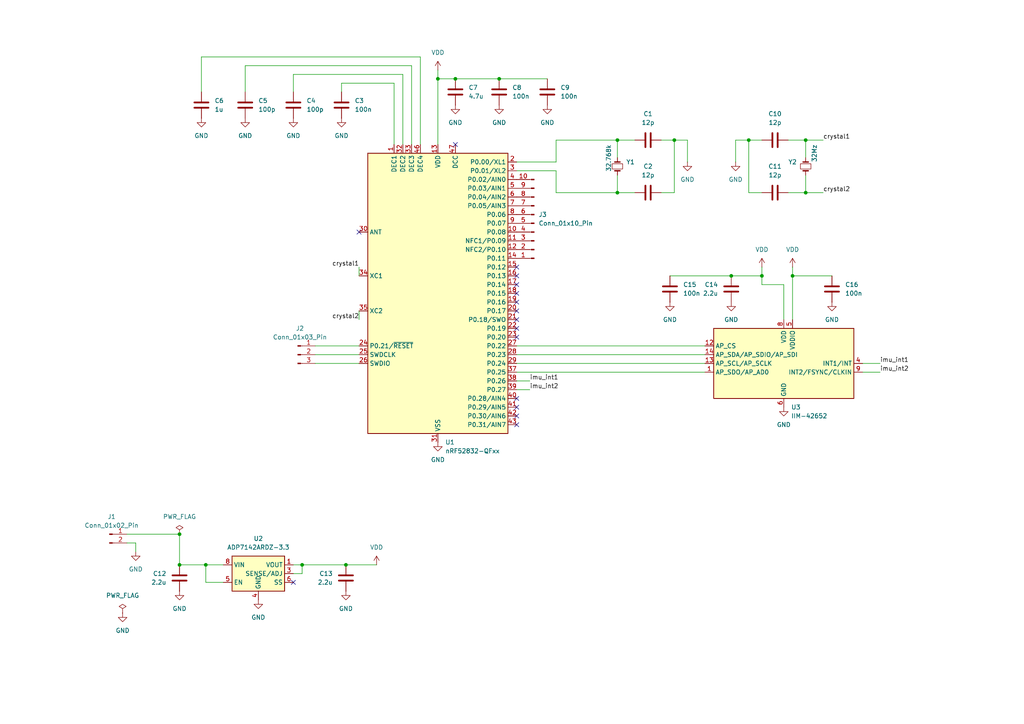
<source format=kicad_sch>
(kicad_sch (version 20250114) (generator "eeschema") (generator_version "9.0")
  (paper "A4")
  (lib_symbols
    (symbol "Connector:Conn_01x02_Pin" (pin_names (offset 1.016) (hide yes))
      (property "Reference" "J" (at 0 2.54 0))
      (property "Value" "Conn_01x02_Pin" (at 0 -5.08 0))
      (symbol "Conn_01x02_Pin_1_1"
        (rectangle (start 0.8636 0.127) (end 0 -0.127) (stroke (width 0.1524)) (fill (type outline)))
        (rectangle (start 0.8636 -2.413) (end 0 -2.667) (stroke (width 0.1524)) (fill (type outline)))
        (polyline (pts (xy 1.27 0) (xy 0.8636 0)) (stroke (width 0.1524)))
        (polyline (pts (xy 1.27 -2.54) (xy 0.8636 -2.54)) (stroke (width 0.1524)))
        (pin passive line (at 5.08 0 180) (length 3.81) (name "Pin_1") (number "1"))
        (pin passive line (at 5.08 -2.54 180) (length 3.81) (name "Pin_2") (number "2"))
      )
    )
    (symbol "Connector:Conn_01x03_Pin" (pin_names (offset 1.016) (hide yes))
      (property "Reference" "J" (at 0 5.08 0))
      (property "Value" "Conn_01x03_Pin" (at 0 -5.08 0))
      (symbol "Conn_01x03_Pin_1_1"
        (rectangle (start 0.8636 2.667) (end 0 2.413) (stroke (width 0.1524)) (fill (type outline)))
        (rectangle (start 0.8636 0.127) (end 0 -0.127) (stroke (width 0.1524)) (fill (type outline)))
        (rectangle (start 0.8636 -2.413) (end 0 -2.667) (stroke (width 0.1524)) (fill (type outline)))
        (polyline (pts (xy 1.27 2.54) (xy 0.8636 2.54)) (stroke (width 0.1524)))
        (polyline (pts (xy 1.27 0) (xy 0.8636 0)) (stroke (width 0.1524)))
        (polyline (pts (xy 1.27 -2.54) (xy 0.8636 -2.54)) (stroke (width 0.1524)))
        (pin passive line (at 5.08 2.54 180) (length 3.81) (name "Pin_1") (number "1"))
        (pin passive line (at 5.08 0 180) (length 3.81) (name "Pin_2") (number "2"))
        (pin passive line (at 5.08 -2.54 180) (length 3.81) (name "Pin_3") (number "3"))
      )
    )
    (symbol "Connector:Conn_01x10_Pin" (pin_names (offset 1.016) (hide yes))
      (property "Reference" "J" (at 0 12.7 0))
      (property "Value" "Conn_01x10_Pin" (at 0 -15.24 0))
      (symbol "Conn_01x10_Pin_1_1"
        (rectangle (start 0.8636 10.287) (end 0 10.033) (stroke (width 0.1524)) (fill (type outline)))
        (rectangle (start 0.8636 7.747) (end 0 7.493) (stroke (width 0.1524)) (fill (type outline)))
        (rectangle (start 0.8636 5.207) (end 0 4.953) (stroke (width 0.1524)) (fill (type outline)))
        (rectangle (start 0.8636 2.667) (end 0 2.413) (stroke (width 0.1524)) (fill (type outline)))
        (rectangle (start 0.8636 0.127) (end 0 -0.127) (stroke (width 0.1524)) (fill (type outline)))
        (rectangle (start 0.8636 -2.413) (end 0 -2.667) (stroke (width 0.1524)) (fill (type outline)))
        (rectangle (start 0.8636 -4.953) (end 0 -5.207) (stroke (width 0.1524)) (fill (type outline)))
        (rectangle (start 0.8636 -7.493) (end 0 -7.747) (stroke (width 0.1524)) (fill (type outline)))
        (rectangle (start 0.8636 -10.033) (end 0 -10.287) (stroke (width 0.1524)) (fill (type outline)))
        (rectangle (start 0.8636 -12.573) (end 0 -12.827) (stroke (width 0.1524)) (fill (type outline)))
        (polyline (pts (xy 1.27 10.16) (xy 0.8636 10.16)) (stroke (width 0.1524)))
        (polyline (pts (xy 1.27 7.62) (xy 0.8636 7.62)) (stroke (width 0.1524)))
        (polyline (pts (xy 1.27 5.08) (xy 0.8636 5.08)) (stroke (width 0.1524)))
        (polyline (pts (xy 1.27 2.54) (xy 0.8636 2.54)) (stroke (width 0.1524)))
        (polyline (pts (xy 1.27 0) (xy 0.8636 0)) (stroke (width 0.1524)))
        (polyline (pts (xy 1.27 -2.54) (xy 0.8636 -2.54)) (stroke (width 0.1524)))
        (polyline (pts (xy 1.27 -5.08) (xy 0.8636 -5.08)) (stroke (width 0.1524)))
        (polyline (pts (xy 1.27 -7.62) (xy 0.8636 -7.62)) (stroke (width 0.1524)))
        (polyline (pts (xy 1.27 -10.16) (xy 0.8636 -10.16)) (stroke (width 0.1524)))
        (polyline (pts (xy 1.27 -12.7) (xy 0.8636 -12.7)) (stroke (width 0.1524)))
        (pin passive line (at 5.08 10.16 180) (length 3.81) (name "Pin_1") (number "1"))
        (pin passive line (at 5.08 7.62 180) (length 3.81) (name "Pin_2") (number "2"))
        (pin passive line (at 5.08 5.08 180) (length 3.81) (name "Pin_3") (number "3"))
        (pin passive line (at 5.08 2.54 180) (length 3.81) (name "Pin_4") (number "4"))
        (pin passive line (at 5.08 0 180) (length 3.81) (name "Pin_5") (number "5"))
        (pin passive line (at 5.08 -2.54 180) (length 3.81) (name "Pin_6") (number "6"))
        (pin passive line (at 5.08 -5.08 180) (length 3.81) (name "Pin_7") (number "7"))
        (pin passive line (at 5.08 -7.62 180) (length 3.81) (name "Pin_8") (number "8"))
        (pin passive line (at 5.08 -10.16 180) (length 3.81) (name "Pin_9") (number "9"))
        (pin passive line (at 5.08 -12.7 180) (length 3.81) (name "Pin_10") (number "10"))
      )
    )
    (symbol "Device:C" (pin_numbers (hide yes)) (pin_names (offset 0.254))
      (property "Reference" "C" (at 0.635 2.54 0))
      (property "Value" "C" (at 0.635 -2.54 0))
      (symbol "C_0_1"
        (polyline (pts (xy -2.032 0.762) (xy 2.032 0.762)) (stroke (width 0.508)))
        (polyline (pts (xy -2.032 -0.762) (xy 2.032 -0.762)) (stroke (width 0.508)))
      )
      (symbol "C_1_1"
        (pin passive line (at 0 3.81 270) (length 2.794) (name "~") (number "1"))
        (pin passive line (at 0 -3.81 90) (length 2.794) (name "~") (number "2"))
      )
    )
    (symbol "Device:Crystal_Small" (pin_numbers (hide yes)) (pin_names (offset 1.016) (hide yes))
      (property "Reference" "Y" (at 0 2.54 0))
      (property "Value" "Crystal_Small" (at 0 -2.54 0))
      (symbol "Crystal_Small_0_1"
        (polyline (pts (xy -1.27 -0.762) (xy -1.27 0.762)) (stroke (width 0.381)))
        (rectangle (start -0.762 -1.524) (end 0.762 1.524))
        (polyline (pts (xy 1.27 -0.762) (xy 1.27 0.762)) (stroke (width 0.381)))
      )
      (symbol "Crystal_Small_1_1"
        (pin passive line (at -2.54 0 0) (length 1.27) (name "1") (number "1"))
        (pin passive line (at 2.54 0 180) (length 1.27) (name "2") (number "2"))
      )
    )
    (symbol "MCU_Nordic:nRF52832-QFxx"
      (property "Reference" "U" (at 0 1.27 0))
      (property "Value" "nRF52832-QFxx" (at 0 -1.27 0))
      (symbol "nRF52832-QFxx_0_1"
        (rectangle (start -20.32 40.64) (end 20.32 -40.64) (stroke (width 0.254)) (fill (type background)))
      )
      (symbol "nRF52832-QFxx_1_1"
        (pin passive line (at -22.86 17.78 0) (length 2.54) (name "ANT") (number "30"))
        (pin input line (at -22.86 5.08 0) (length 2.54) (name "XC1") (number "34"))
        (pin input line (at -22.86 -5.08 0) (length 2.54) (name "XC2") (number "35"))
        (pin bidirectional line (at -22.86 -15.24 0) (length 2.54) (name "P0.21/~{RESET}") (number "24"))
        (pin input line (at -22.86 -17.78 0) (length 2.54) (name "SWDCLK") (number "25"))
        (pin bidirectional line (at -22.86 -20.32 0) (length 2.54) (name "SWDIO") (number "26"))
        (pin no_connect line (at -20.32 -30.48 0) (length 2.54) (hide yes) (name "NC") (number "44"))
        (pin passive line (at -12.7 43.18 270) (length 2.54) (name "DEC1") (number "1"))
        (pin passive line (at -10.16 43.18 270) (length 2.54) (name "DEC2") (number "32"))
        (pin passive line (at -7.62 43.18 270) (length 2.54) (name "DEC3") (number "33"))
        (pin passive line (at -5.08 43.18 270) (length 2.54) (name "DEC4") (number "46"))
        (pin power_in line (at 0 43.18 270) (length 2.54) (name "VDD") (number "13"))
        (pin passive line (at 0 43.18 270) (length 2.54) (hide yes) (name "VDD") (number "36"))
        (pin passive line (at 0 43.18 270) (length 2.54) (hide yes) (name "VDD") (number "48"))
        (pin power_in line (at 0 -43.18 90) (length 2.54) (name "VSS") (number "31"))
        (pin passive line (at 0 -43.18 90) (length 2.54) (hide yes) (name "VSS") (number "45"))
        (pin passive line (at 0 -43.18 90) (length 2.54) (hide yes) (name "VSS") (number "49"))
        (pin power_out line (at 5.08 43.18 270) (length 2.54) (name "DCC") (number "47"))
        (pin bidirectional line (at 22.86 38.1 180) (length 2.54) (name "P0.00/XL1") (number "2"))
        (pin bidirectional line (at 22.86 35.56 180) (length 2.54) (name "P0.01/XL2") (number "3"))
        (pin bidirectional line (at 22.86 33.02 180) (length 2.54) (name "P0.02/AIN0") (number "4"))
        (pin bidirectional line (at 22.86 30.48 180) (length 2.54) (name "P0.03/AIN1") (number "5"))
        (pin bidirectional line (at 22.86 27.94 180) (length 2.54) (name "P0.04/AIN2") (number "6"))
        (pin bidirectional line (at 22.86 25.4 180) (length 2.54) (name "P0.05/AIN3") (number "7"))
        (pin bidirectional line (at 22.86 22.86 180) (length 2.54) (name "P0.06") (number "8"))
        (pin bidirectional line (at 22.86 20.32 180) (length 2.54) (name "P0.07") (number "9"))
        (pin bidirectional line (at 22.86 17.78 180) (length 2.54) (name "P0.08") (number "10"))
        (pin bidirectional line (at 22.86 15.24 180) (length 2.54) (name "NFC1/P0.09") (number "11"))
        (pin bidirectional line (at 22.86 12.7 180) (length 2.54) (name "NFC2/P0.10") (number "12"))
        (pin bidirectional line (at 22.86 10.16 180) (length 2.54) (name "P0.11") (number "14"))
        (pin bidirectional line (at 22.86 7.62 180) (length 2.54) (name "P0.12") (number "15"))
        (pin bidirectional line (at 22.86 5.08 180) (length 2.54) (name "P0.13") (number "16"))
        (pin bidirectional line (at 22.86 2.54 180) (length 2.54) (name "P0.14") (number "17"))
        (pin bidirectional line (at 22.86 0 180) (length 2.54) (name "P0.15") (number "18"))
        (pin bidirectional line (at 22.86 -2.54 180) (length 2.54) (name "P0.16") (number "19"))
        (pin bidirectional line (at 22.86 -5.08 180) (length 2.54) (name "P0.17") (number "20"))
        (pin bidirectional line (at 22.86 -7.62 180) (length 2.54) (name "P0.18/SWO") (number "21"))
        (pin bidirectional line (at 22.86 -10.16 180) (length 2.54) (name "P0.19") (number "22"))
        (pin bidirectional line (at 22.86 -12.7 180) (length 2.54) (name "P0.20") (number "23"))
        (pin bidirectional line (at 22.86 -15.24 180) (length 2.54) (name "P0.22") (number "27"))
        (pin bidirectional line (at 22.86 -17.78 180) (length 2.54) (name "P0.23") (number "28"))
        (pin bidirectional line (at 22.86 -20.32 180) (length 2.54) (name "P0.24") (number "29"))
        (pin bidirectional line (at 22.86 -22.86 180) (length 2.54) (name "P0.25") (number "37"))
        (pin bidirectional line (at 22.86 -25.4 180) (length 2.54) (name "P0.26") (number "38"))
        (pin bidirectional line (at 22.86 -27.94 180) (length 2.54) (name "P0.27") (number "39"))
        (pin bidirectional line (at 22.86 -30.48 180) (length 2.54) (name "P0.28/AIN4") (number "40"))
        (pin bidirectional line (at 22.86 -33.02 180) (length 2.54) (name "P0.29/AIN5") (number "41"))
        (pin bidirectional line (at 22.86 -35.56 180) (length 2.54) (name "P0.30/AIN6") (number "42"))
        (pin bidirectional line (at 22.86 -38.1 180) (length 2.54) (name "P0.31/AIN7") (number "43"))
      )
    )
    (symbol "Regulator_Linear:ADP7142ARDZ-3.3"
      (property "Reference" "U" (at 0 8.89 0))
      (property "Value" "ADP7142ARDZ-3.3" (at 0 6.35 0))
      (symbol "ADP7142ARDZ-3.3_0_1"
        (rectangle (start -7.62 5.08) (end 7.62 -5.08) (stroke (width 0.254)) (fill (type background)))
      )
      (symbol "ADP7142ARDZ-3.3_1_1"
        (pin passive line (at -10.16 2.54 0) (length 2.54) (hide yes) (name "VIN") (number "7"))
        (pin power_in line (at -10.16 2.54 0) (length 2.54) (name "VIN") (number "8"))
        (pin input line (at -10.16 -2.54 0) (length 2.54) (name "EN") (number "5"))
        (pin power_in line (at 0 -7.62 90) (length 2.54) (name "GND") (number "4"))
        (pin passive line (at 0 -7.62 90) (length 2.54) (hide yes) (name "GND") (number "9"))
        (pin power_out line (at 10.16 2.54 180) (length 2.54) (name "VOUT") (number "1"))
        (pin passive line (at 10.16 2.54 180) (length 2.54) (hide yes) (name "VOUT") (number "2"))
        (pin input line (at 10.16 0 180) (length 2.54) (name "SENSE/ADJ") (number "3"))
        (pin passive line (at 10.16 -2.54 180) (length 2.54) (name "SS") (number "6"))
      )
    )
    (symbol "Sensor_Motion:IIM-42652"
      (property "Reference" "U" (at -19.05 11.43 0))
      (property "Value" "IIM-42652" (at 15.24 11.43 0))
      (symbol "IIM-42652_0_1"
        (rectangle (start -20.32 10.16) (end 20.32 -10.16) (stroke (width 0.254)) (fill (type background)))
      )
      (symbol "IIM-42652_1_1"
        (pin input line (at -22.86 5.08 0) (length 2.54) (name "AP_CS") (number "12"))
        (pin bidirectional line (at -22.86 2.54 0) (length 2.54) (name "AP_SDA/AP_SDIO/AP_SDI") (number "14"))
        (pin input line (at -22.86 0 0) (length 2.54) (name "AP_SCL/AP_SCLK") (number "13"))
        (pin input line (at -22.86 -2.54 0) (length 2.54) (name "AP_SDO/AP_AD0") (number "1"))
        (pin power_in line (at 0 12.7 270) (length 2.54) (name "VDD") (number "8"))
        (pin power_in line (at 0 -12.7 90) (length 2.54) (name "GND") (number "6"))
        (pin passive line (at 0 -12.7 90) (length 2.54) (hide yes) (name "GND") (number "7"))
        (pin power_in line (at 2.54 12.7 270) (length 2.54) (name "VDDIO") (number "5"))
        (pin no_connect line (at 20.32 7.62 180) (length 2.54) (hide yes) (name "RESV") (number "2"))
        (pin no_connect line (at 20.32 5.08 180) (length 2.54) (hide yes) (name "RESV") (number "3"))
        (pin no_connect line (at 20.32 2.54 180) (length 2.54) (hide yes) (name "RESV") (number "10"))
        (pin no_connect line (at 20.32 -7.62 180) (length 2.54) (hide yes) (name "RESV") (number "11"))
        (pin output line (at 22.86 0 180) (length 2.54) (name "INT1/INT") (number "4"))
        (pin bidirectional line (at 22.86 -2.54 180) (length 2.54) (name "INT2/FSYNC/CLKIN") (number "9"))
      )
    )
    (symbol "power:GND" (power) (pin_numbers (hide yes)) (pin_names (offset 0) (hide yes))
      (property "Value" "GND" (at 0 -3.81 0))
      (symbol "GND_0_1"
        (polyline (pts (xy 0 0) (xy 0 -1.27) (xy 1.27 -1.27) (xy 0 -2.54) (xy -1.27 -1.27) (xy 0 -1.27)))
      )
      (symbol "GND_1_1"
        (pin power_in line (at 0 0 270) (length 0) (name "~") (number "1"))
      )
    )
    (symbol "power:PWR_FLAG" (power) (pin_numbers (hide yes)) (pin_names (offset 0) (hide yes))
      (property "Value" "PWR_FLAG" (at 0 3.81 0))
      (symbol "PWR_FLAG_0_0"
        (pin power_out line (at 0 0 90) (length 0) (name "~") (number "1"))
      )
      (symbol "PWR_FLAG_0_1"
        (polyline (pts (xy 0 0) (xy 0 1.27) (xy -1.016 1.905) (xy 0 2.54) (xy 1.016 1.905) (xy 0 1.27)))
      )
    )
    (symbol "power:VDD" (power) (pin_numbers (hide yes)) (pin_names (offset 0) (hide yes))
      (property "Value" "VDD" (at 0 3.556 0))
      (symbol "VDD_0_1"
        (polyline (pts (xy -0.762 1.27) (xy 0 2.54)))
        (polyline (pts (xy 0 2.54) (xy 0.762 1.27)))
        (polyline (pts (xy 0 0) (xy 0 2.54)))
      )
      (symbol "VDD_1_1"
        (pin power_in line (at 0 0 90) (length 0) (name "~") (number "1"))
      )
    )
  )
  (junction (at 179.07 55.88))
  (junction (at 179.07 40.64))
  (junction (at 127 22.86))
  (junction (at 59.69 163.83))
  (junction (at 100.33 163.83))
  (junction (at 220.98 80.01))
  (junction (at 233.68 55.88))
  (junction (at 52.07 163.83))
  (junction (at 132.08 22.86))
  (junction (at 52.07 154.94))
  (junction (at 144.78 22.86))
  (junction (at 87.63 163.83))
  (junction (at 233.68 40.64))
  (junction (at 195.58 40.64))
  (junction (at 229.87 80.01))
  (junction (at 212.09 80.01))
  (junction (at 217.17 40.64))
  (no_connect (at 149.86 115.57))
  (no_connect (at 149.86 80.01))
  (no_connect (at 149.86 120.65))
  (no_connect (at 149.86 85.09))
  (no_connect (at 85.09 168.91))
  (no_connect (at 149.86 97.79))
  (no_connect (at 149.86 77.47))
  (no_connect (at 149.86 90.17))
  (no_connect (at 104.14 67.31))
  (no_connect (at 149.86 95.25))
  (no_connect (at 149.86 123.19))
  (no_connect (at 149.86 82.55))
  (no_connect (at 132.08 41.91))
  (no_connect (at 149.86 92.71))
  (no_connect (at 149.86 87.63))
  (no_connect (at 149.86 118.11))
  (wire (pts (xy 99.06 26.67) (xy 99.06 24.13)))
  (wire (pts (xy 127 20.32) (xy 127 22.86)))
  (wire (pts (xy 104.14 77.47) (xy 104.14 80.01)))
  (wire (pts (xy 233.68 55.88) (xy 238.76 55.88)))
  (wire (pts (xy 144.78 22.86) (xy 158.75 22.86)))
  (wire (pts (xy 220.98 40.64) (xy 217.17 40.64)))
  (wire (pts (xy 233.68 55.88) (xy 228.6 55.88)))
  (wire (pts (xy 39.37 157.48) (xy 39.37 160.02)))
  (wire (pts (xy 91.44 105.41) (xy 104.14 105.41)))
  (wire (pts (xy 59.69 168.91) (xy 59.69 163.83)))
  (wire (pts (xy 228.6 40.64) (xy 233.68 40.64)))
  (wire (pts (xy 220.98 77.47) (xy 220.98 80.01)))
  (wire (pts (xy 127 22.86) (xy 132.08 22.86)))
  (wire (pts (xy 217.17 40.64) (xy 213.36 40.64)))
  (wire (pts (xy 85.09 166.37) (xy 87.63 166.37)))
  (wire (pts (xy 91.44 100.33) (xy 104.14 100.33)))
  (wire (pts (xy 161.29 49.53) (xy 161.29 55.88)))
  (wire (pts (xy 85.09 163.83) (xy 87.63 163.83)))
  (wire (pts (xy 199.39 40.64) (xy 199.39 46.99)))
  (wire (pts (xy 149.86 100.33) (xy 204.47 100.33)))
  (wire (pts (xy 195.58 40.64) (xy 195.58 55.88)))
  (wire (pts (xy 194.31 80.01) (xy 212.09 80.01)))
  (wire (pts (xy 161.29 46.99) (xy 161.29 40.64)))
  (wire (pts (xy 212.09 80.01) (xy 220.98 80.01)))
  (wire (pts (xy 149.86 105.41) (xy 204.47 105.41)))
  (wire (pts (xy 59.69 163.83) (xy 64.77 163.83)))
  (wire (pts (xy 87.63 163.83) (xy 100.33 163.83)))
  (wire (pts (xy 191.77 40.64) (xy 195.58 40.64)))
  (wire (pts (xy 52.07 154.94) (xy 52.07 163.83)))
  (wire (pts (xy 104.14 90.17) (xy 104.14 92.71)))
  (wire (pts (xy 229.87 77.47) (xy 229.87 80.01)))
  (wire (pts (xy 52.07 163.83) (xy 59.69 163.83)))
  (wire (pts (xy 229.87 80.01) (xy 241.3 80.01)))
  (wire (pts (xy 36.83 157.48) (xy 39.37 157.48)))
  (wire (pts (xy 179.07 55.88) (xy 184.15 55.88)))
  (wire (pts (xy 85.09 21.59) (xy 85.09 26.67)))
  (wire (pts (xy 36.83 154.94) (xy 52.07 154.94)))
  (wire (pts (xy 132.08 22.86) (xy 144.78 22.86)))
  (wire (pts (xy 87.63 163.83) (xy 87.63 166.37)))
  (wire (pts (xy 149.86 110.49) (xy 153.67 110.49)))
  (wire (pts (xy 233.68 50.8) (xy 233.68 55.88)))
  (wire (pts (xy 85.09 21.59) (xy 116.84 21.59)))
  (wire (pts (xy 149.86 113.03) (xy 153.67 113.03)))
  (wire (pts (xy 227.33 82.55) (xy 227.33 92.71)))
  (wire (pts (xy 121.92 16.51) (xy 121.92 41.91)))
  (wire (pts (xy 149.86 102.87) (xy 204.47 102.87)))
  (wire (pts (xy 149.86 107.95) (xy 204.47 107.95)))
  (wire (pts (xy 116.84 21.59) (xy 116.84 41.91)))
  (wire (pts (xy 229.87 80.01) (xy 229.87 92.71)))
  (wire (pts (xy 195.58 40.64) (xy 199.39 40.64)))
  (wire (pts (xy 250.19 107.95) (xy 255.27 107.95)))
  (wire (pts (xy 233.68 40.64) (xy 233.68 45.72)))
  (wire (pts (xy 58.42 16.51) (xy 121.92 16.51)))
  (wire (pts (xy 58.42 26.67) (xy 58.42 16.51)))
  (wire (pts (xy 233.68 40.64) (xy 238.76 40.64)))
  (wire (pts (xy 149.86 46.99) (xy 161.29 46.99)))
  (wire (pts (xy 71.12 19.05) (xy 71.12 26.67)))
  (wire (pts (xy 149.86 49.53) (xy 161.29 49.53)))
  (wire (pts (xy 220.98 55.88) (xy 217.17 55.88)))
  (wire (pts (xy 119.38 19.05) (xy 119.38 41.91)))
  (wire (pts (xy 220.98 80.01) (xy 220.98 82.55)))
  (wire (pts (xy 114.3 24.13) (xy 114.3 41.91)))
  (wire (pts (xy 161.29 55.88) (xy 179.07 55.88)))
  (wire (pts (xy 71.12 19.05) (xy 119.38 19.05)))
  (wire (pts (xy 220.98 82.55) (xy 227.33 82.55)))
  (wire (pts (xy 91.44 102.87) (xy 104.14 102.87)))
  (wire (pts (xy 99.06 24.13) (xy 114.3 24.13)))
  (wire (pts (xy 64.77 168.91) (xy 59.69 168.91)))
  (wire (pts (xy 179.07 50.8) (xy 179.07 55.88)))
  (wire (pts (xy 184.15 40.64) (xy 179.07 40.64)))
  (wire (pts (xy 217.17 40.64) (xy 217.17 55.88)))
  (wire (pts (xy 161.29 40.64) (xy 179.07 40.64)))
  (wire (pts (xy 191.77 55.88) (xy 195.58 55.88)))
  (wire (pts (xy 179.07 40.64) (xy 179.07 45.72)))
  (wire (pts (xy 127 41.91) (xy 127 22.86)))
  (wire (pts (xy 100.33 163.83) (xy 109.22 163.83)))
  (wire (pts (xy 250.19 105.41) (xy 255.27 105.41)))
  (wire (pts (xy 213.36 40.64) (xy 213.36 46.99)))
  (label "crystal1" (at 104.14 77.47 180))
  (label "imu_int1" (at 255.27 105.41 0))
  (label "crystal1" (at 238.76 40.64 0))
  (label "crystal2" (at 104.14 92.71 180))
  (label "imu_int1" (at 153.67 110.49 0))
  (label "crystal2" (at 238.76 55.88 0))
  (label "imu_int2" (at 255.27 107.95 0))
  (label "imu_int2" (at 153.67 113.03 0))
  (symbol (lib_id "power:GND") (at 52.07 171.45 0) (unit 1)
    (property "Reference" "#PWR012" (effects (hide yes)))
    (property "Value" "GND" (at 52.07 176.53 0))
    (property "Description" "Power symbol creates a global label with name \"GND\" , ground" (effects (hide yes)))
  )
  (symbol (lib_id "Device:C") (at 224.79 55.88 90) (mirror x) (unit 1)
    (property "Reference" "C11" (at 224.79 48.26 90))
    (property "Value" "12p" (at 224.79 50.8 90))
    (property "Footprint" "Capacitor_SMD:C_0805_2012Metric" (effects (hide yes)))
    (property "Description" "Unpolarized capacitor" (effects (hide yes)))
  )
  (symbol (lib_id "Device:C") (at 212.09 83.82 0) (mirror x) (unit 1)
    (property "Reference" "C14" (at 208.28 82.5499 0) (effects (justify right)))
    (property "Value" "2.2u" (at 208.28 85.0899 0) (effects (justify right)))
    (property "Footprint" "Capacitor_SMD:C_0805_2012Metric" (effects (hide yes)))
    (property "Description" "Unpolarized capacitor" (effects (hide yes)))
  )
  (symbol (lib_id "power:GND") (at 132.08 30.48 0) (unit 1)
    (property "Reference" "#PWR06" (effects (hide yes)))
    (property "Value" "GND" (at 132.08 35.56 0))
    (property "Description" "Power symbol creates a global label with name \"GND\" , ground" (effects (hide yes)))
  )
  (symbol (lib_id "Device:C") (at 241.3 83.82 0) (unit 1)
    (property "Reference" "C16" (at 245.11 82.5499 0) (effects (justify left)))
    (property "Value" "100n" (at 245.11 85.0899 0) (effects (justify left)))
    (property "Footprint" "Capacitor_SMD:C_0805_2012Metric" (effects (hide yes)))
    (property "Description" "Unpolarized capacitor" (effects (hide yes)))
  )
  (symbol (lib_id "Connector:Conn_01x02_Pin") (at 31.75 154.94 0) (unit 1)
    (property "Reference" "J1" (at 32.385 149.86 0))
    (property "Value" "Conn_01x02_Pin" (at 32.385 152.4 0))
    (property "Footprint" "Connector_PinHeader_2.54mm:PinHeader_1x02_P2.54mm_Horizontal" (effects (hide yes)))
    (property "Description" "Generic connector, single row, 01x02, script generated" (effects (hide yes)))
  )
  (symbol (lib_id "power:GND") (at 241.3 87.63 0) (unit 1)
    (property "Reference" "#PWR022" (effects (hide yes)))
    (property "Value" "GND" (at 241.3 92.71 0))
    (property "Description" "Power symbol creates a global label with name \"GND\" , ground" (effects (hide yes)))
  )
  (symbol (lib_id "power:VDD") (at 220.98 77.47 0) (unit 1)
    (property "Reference" "#PWR018" (effects (hide yes)))
    (property "Value" "VDD" (at 220.98 72.39 0))
    (property "Description" "Power symbol creates a global label with name \"VDD\"" (effects (hide yes)))
  )
  (symbol (lib_id "power:GND") (at 127 128.27 0) (unit 1)
    (property "Reference" "#PWR010" (effects (hide yes)))
    (property "Value" "GND" (at 127 133.35 0))
    (property "Description" "Power symbol creates a global label with name \"GND\" , ground" (effects (hide yes)))
  )
  (symbol (lib_id "power:VDD") (at 127 20.32 0) (unit 1)
    (property "Reference" "#PWR07" (effects (hide yes)))
    (property "Value" "VDD" (at 127 15.24 0))
    (property "Description" "Power symbol creates a global label with name \"VDD\"" (effects (hide yes)))
  )
  (symbol (lib_id "power:GND") (at 212.09 87.63 0) (unit 1)
    (property "Reference" "#PWR020" (effects (hide yes)))
    (property "Value" "GND" (at 212.09 92.71 0))
    (property "Description" "Power symbol creates a global label with name \"GND\" , ground" (effects (hide yes)))
  )
  (symbol (lib_id "Device:C") (at 194.31 83.82 0) (unit 1)
    (property "Reference" "C15" (at 198.12 82.5499 0) (effects (justify left)))
    (property "Value" "100n" (at 198.12 85.0899 0) (effects (justify left)))
    (property "Footprint" "Capacitor_SMD:C_0805_2012Metric" (effects (hide yes)))
    (property "Description" "Unpolarized capacitor" (effects (hide yes)))
  )
  (symbol (lib_id "Device:C") (at 132.08 26.67 0) (unit 1)
    (property "Reference" "C7" (at 135.89 25.3999 0) (effects (justify left)))
    (property "Value" "4.7u" (at 135.89 27.9399 0) (effects (justify left)))
    (property "Footprint" "Capacitor_SMD:C_0805_2012Metric" (effects (hide yes)))
    (property "Description" "Unpolarized capacitor" (effects (hide yes)))
  )
  (symbol (lib_id "power:GND") (at 227.33 118.11 0) (unit 1)
    (property "Reference" "#PWR017" (effects (hide yes)))
    (property "Value" "GND" (at 227.33 123.19 0))
    (property "Description" "Power symbol creates a global label with name \"GND\" , ground" (effects (hide yes)))
  )
  (symbol (lib_id "power:GND") (at 99.06 34.29 0) (unit 1)
    (property "Reference" "#PWR02" (effects (hide yes)))
    (property "Value" "GND" (at 99.06 39.37 0))
    (property "Description" "Power symbol creates a global label with name \"GND\" , ground" (effects (hide yes)))
  )
  (symbol (lib_id "Device:C") (at 187.96 55.88 270) (unit 1)
    (property "Reference" "C2" (at 187.96 48.26 90))
    (property "Value" "12p" (at 187.96 50.8 90))
    (property "Footprint" "Capacitor_SMD:C_0805_2012Metric" (effects (hide yes)))
    (property "Description" "Unpolarized capacitor" (effects (hide yes)))
  )
  (symbol (lib_id "power:GND") (at 58.42 34.29 0) (unit 1)
    (property "Reference" "#PWR05" (effects (hide yes)))
    (property "Value" "GND" (at 58.42 39.37 0))
    (property "Description" "Power symbol creates a global label with name \"GND\" , ground" (effects (hide yes)))
  )
  (symbol (lib_id "power:GND") (at 39.37 160.02 0) (unit 1)
    (property "Reference" "#PWR016" (effects (hide yes)))
    (property "Value" "GND" (at 39.37 165.1 0))
    (property "Description" "Power symbol creates a global label with name \"GND\" , ground" (effects (hide yes)))
  )
  (symbol (lib_id "power:GND") (at 199.39 46.99 0) (unit 1)
    (property "Reference" "#PWR01" (effects (hide yes)))
    (property "Value" "GND" (at 199.39 52.07 0))
    (property "Description" "Power symbol creates a global label with name \"GND\" , ground" (effects (hide yes)))
  )
  (symbol (lib_id "power:GND") (at 144.78 30.48 0) (unit 1)
    (property "Reference" "#PWR08" (effects (hide yes)))
    (property "Value" "GND" (at 144.78 35.56 0))
    (property "Description" "Power symbol creates a global label with name \"GND\" , ground" (effects (hide yes)))
  )
  (symbol (lib_id "Device:C") (at 100.33 167.64 0) (mirror x) (unit 1)
    (property "Reference" "C13" (at 96.52 166.3699 0) (effects (justify right)))
    (property "Value" "2.2u" (at 96.52 168.9099 0) (effects (justify right)))
    (property "Footprint" "Capacitor_SMD:C_0805_2012Metric" (effects (hide yes)))
    (property "Description" "Unpolarized capacitor" (effects (hide yes)))
  )
  (symbol (lib_id "power:GND") (at 213.36 46.99 0) (mirror y) (unit 1)
    (property "Reference" "#PWR011" (effects (hide yes)))
    (property "Value" "GND" (at 213.36 52.07 0))
    (property "Description" "Power symbol creates a global label with name \"GND\" , ground" (effects (hide yes)))
  )
  (symbol (lib_id "Device:C") (at 144.78 26.67 0) (unit 1)
    (property "Reference" "C8" (at 148.59 25.3999 0) (effects (justify left)))
    (property "Value" "100n" (at 148.59 27.9399 0) (effects (justify left)))
    (property "Footprint" "Capacitor_SMD:C_0805_2012Metric" (effects (hide yes)))
    (property "Description" "Unpolarized capacitor" (effects (hide yes)))
  )
  (symbol (lib_id "power:GND") (at 194.31 87.63 0) (unit 1)
    (property "Reference" "#PWR021" (effects (hide yes)))
    (property "Value" "GND" (at 194.31 92.71 0))
    (property "Description" "Power symbol creates a global label with name \"GND\" , ground" (effects (hide yes)))
  )
  (symbol (lib_id "power:PWR_FLAG") (at 52.07 154.94 0) (unit 1)
    (property "Reference" "#FLG01" (effects (hide yes)))
    (property "Value" "PWR_FLAG" (at 52.07 149.86 0))
    (property "Description" "Special symbol for telling ERC where power comes from" (effects (hide yes)))
  )
  (symbol (lib_id "Device:Crystal_Small") (at 179.07 48.26 90) (unit 1)
    (property "Reference" "Y1" (at 181.61 46.9899 90) (effects (justify right)))
    (property "Value" "32.768k" (at 176.53 41.91 0) (effects (justify right)))
    (property "Footprint" "Crystal:Crystal_SMD_2012-2Pin_2.0x1.2mm_HandSoldering" (effects (hide yes)))
    (property "Description" "Two pin crystal, small symbol" (effects (hide yes)))
  )
  (symbol (lib_id "power:GND") (at 74.93 173.99 0) (unit 1)
    (property "Reference" "#PWR014" (effects (hide yes)))
    (property "Value" "GND" (at 74.93 179.07 0))
    (property "Description" "Power symbol creates a global label with name \"GND\" , ground" (effects (hide yes)))
  )
  (symbol (lib_id "Device:C") (at 85.09 30.48 0) (unit 1)
    (property "Reference" "C4" (at 88.9 29.2099 0) (effects (justify left)))
    (property "Value" "100p" (at 88.9 31.7499 0) (effects (justify left)))
    (property "Footprint" "Capacitor_SMD:C_0805_2012Metric" (effects (hide yes)))
    (property "Description" "Unpolarized capacitor" (effects (hide yes)))
  )
  (symbol (lib_id "Device:C") (at 99.06 30.48 0) (unit 1)
    (property "Reference" "C3" (at 102.87 29.2099 0) (effects (justify left)))
    (property "Value" "100n" (at 102.87 31.7499 0) (effects (justify left)))
    (property "Footprint" "Capacitor_SMD:C_0805_2012Metric" (effects (hide yes)))
    (property "Description" "Unpolarized capacitor" (effects (hide yes)))
  )
  (symbol (lib_id "power:GND") (at 158.75 30.48 0) (unit 1)
    (property "Reference" "#PWR09" (effects (hide yes)))
    (property "Value" "GND" (at 158.75 35.56 0))
    (property "Description" "Power symbol creates a global label with name \"GND\" , ground" (effects (hide yes)))
  )
  (symbol (lib_id "power:GND") (at 85.09 34.29 0) (unit 1)
    (property "Reference" "#PWR03" (effects (hide yes)))
    (property "Value" "GND" (at 85.09 39.37 0))
    (property "Description" "Power symbol creates a global label with name \"GND\" , ground" (effects (hide yes)))
  )
  (symbol (lib_id "Device:C") (at 158.75 26.67 0) (unit 1)
    (property "Reference" "C9" (at 162.56 25.3999 0) (effects (justify left)))
    (property "Value" "100n" (at 162.56 27.9399 0) (effects (justify left)))
    (property "Footprint" "Capacitor_SMD:C_0805_2012Metric" (effects (hide yes)))
    (property "Description" "Unpolarized capacitor" (effects (hide yes)))
  )
  (symbol (lib_id "power:VDD") (at 229.87 77.47 0) (unit 1)
    (property "Reference" "#PWR019" (effects (hide yes)))
    (property "Value" "VDD" (at 229.87 72.39 0))
    (property "Description" "Power symbol creates a global label with name \"VDD\"" (effects (hide yes)))
  )
  (symbol (lib_id "Connector:Conn_01x03_Pin") (at 86.36 102.87 0) (unit 1)
    (property "Reference" "J2" (at 86.995 95.25 0))
    (property "Value" "Conn_01x03_Pin" (at 86.995 97.79 0))
    (property "Footprint" "Connector_PinHeader_2.54mm:PinHeader_1x03_P2.54mm_Horizontal" (effects (hide yes)))
    (property "Description" "Generic connector, single row, 01x03, script generated" (effects (hide yes)))
  )
  (symbol (lib_id "Regulator_Linear:ADP7142ARDZ-3.3") (at 74.93 166.37 0) (unit 1)
    (property "Reference" "U2" (at 74.93 156.21 0))
    (property "Value" "ADP7142ARDZ-3.3" (at 74.93 158.75 0))
    (property "Footprint" "Package_SO:SOIC-8-1EP_3.9x4.9mm_P1.27mm_EP2.29x3mm" (effects (hide yes)))
    (property "Datasheet" "https://www.analog.com/media/en/technical-documentation/data-sheets/ADP7142.pdf" (effects (hide yes)))
    (property "Description" "200mA, Low Noise, CMOS Low Dropout Regulator, Positive, 3.3V Fixed Output, SOIC-8" (effects (hide yes)))
  )
  (symbol (lib_id "Device:C") (at 224.79 40.64 270) (mirror x) (unit 1)
    (property "Reference" "C10" (at 224.79 33.02 90))
    (property "Value" "12p" (at 224.79 35.56 90))
    (property "Footprint" "Capacitor_SMD:C_0805_2012Metric" (effects (hide yes)))
    (property "Description" "Unpolarized capacitor" (effects (hide yes)))
  )
  (symbol (lib_id "Device:C") (at 58.42 30.48 0) (unit 1)
    (property "Reference" "C6" (at 62.23 29.2099 0) (effects (justify left)))
    (property "Value" "1u" (at 62.23 31.7499 0) (effects (justify left)))
    (property "Footprint" "Capacitor_SMD:C_0805_2012Metric" (effects (hide yes)))
    (property "Description" "Unpolarized capacitor" (effects (hide yes)))
  )
  (symbol (lib_id "power:GND") (at 100.33 171.45 0) (unit 1)
    (property "Reference" "#PWR013" (effects (hide yes)))
    (property "Value" "GND" (at 100.33 176.53 0))
    (property "Description" "Power symbol creates a global label with name \"GND\" , ground" (effects (hide yes)))
  )
  (symbol (lib_id "Sensor_Motion:IIM-42652") (at 227.33 105.41 0) (unit 1)
    (property "Reference" "U3" (at 229.4733 118.11 0) (effects (justify left)))
    (property "Value" "IIM-42652" (at 229.4733 120.65 0) (effects (justify left)))
    (property "Footprint" "Package_LGA:Bosch_LGA-14_3x2.5mm_P0.5mm" (effects (hide yes)))
    (property "Datasheet" "https://invensense.tdk.com/wp-content/uploads/2021/01/ds-000440_iim-42652-datasheet.pdf" (effects (hide yes)))
    (property "Description" "6-axis MEMS gyroscope/accelerometer, I2C/I3C/SPI interface, 1.71 to 3.3V, LGA-14" (effects (hide yes)))
  )
  (symbol (lib_id "Device:C") (at 71.12 30.48 0) (unit 1)
    (property "Reference" "C5" (at 74.93 29.2099 0) (effects (justify left)))
    (property "Value" "100p" (at 74.93 31.7499 0) (effects (justify left)))
    (property "Footprint" "Capacitor_SMD:C_0805_2012Metric" (effects (hide yes)))
    (property "Description" "Unpolarized capacitor" (effects (hide yes)))
  )
  (symbol (lib_id "Device:C") (at 52.07 167.64 0) (mirror x) (unit 1)
    (property "Reference" "C12" (at 48.26 166.3699 0) (effects (justify right)))
    (property "Value" "2.2u" (at 48.26 168.9099 0) (effects (justify right)))
    (property "Footprint" "Capacitor_SMD:C_0805_2012Metric" (effects (hide yes)))
    (property "Description" "Unpolarized capacitor" (effects (hide yes)))
  )
  (symbol (lib_id "Connector:Conn_01x10_Pin") (at 154.94 64.77 180) (unit 1)
    (property "Reference" "J3" (at 156.21 62.2299 0) (effects (justify right)))
    (property "Value" "Conn_01x10_Pin" (at 156.21 64.7699 0) (effects (justify right)))
    (property "Footprint" "Connector_PinHeader_2.54mm:PinHeader_1x10_P2.54mm_Vertical" (effects (hide yes)))
    (property "Description" "Generic connector, single row, 01x10, script generated" (effects (hide yes)))
  )
  (symbol (lib_id "power:VDD") (at 109.22 163.83 0) (unit 1)
    (property "Reference" "#PWR015" (effects (hide yes)))
    (property "Value" "VDD" (at 109.22 158.75 0))
    (property "Description" "Power symbol creates a global label with name \"VDD\"" (effects (hide yes)))
  )
  (symbol (lib_id "power:GND") (at 71.12 34.29 0) (unit 1)
    (property "Reference" "#PWR04" (effects (hide yes)))
    (property "Value" "GND" (at 71.12 39.37 0))
    (property "Description" "Power symbol creates a global label with name \"GND\" , ground" (effects (hide yes)))
  )
  (symbol (lib_id "Device:C") (at 187.96 40.64 90) (unit 1)
    (property "Reference" "C1" (at 187.96 33.02 90))
    (property "Value" "12p" (at 187.96 35.56 90))
    (property "Footprint" "Capacitor_SMD:C_0805_2012Metric" (effects (hide yes)))
    (property "Description" "Unpolarized capacitor" (effects (hide yes)))
  )
  (symbol (lib_id "power:GND") (at 35.56 177.8 0) (unit 1)
    (property "Reference" "#PWR023" (effects (hide yes)))
    (property "Value" "GND" (at 35.56 182.88 0))
    (property "Description" "Power symbol creates a global label with name \"GND\" , ground" (effects (hide yes)))
  )
  (symbol (lib_id "Device:Crystal_Small") (at 233.68 48.26 270) (mirror x) (unit 1)
    (property "Reference" "Y2" (at 231.14 46.9899 90) (effects (justify right)))
    (property "Value" "32Mz" (at 236.22 41.91 0) (effects (justify right)))
    (property "Footprint" "Crystal:Crystal_SMD_2012-2Pin_2.0x1.2mm_HandSoldering" (effects (hide yes)))
    (property "Description" "Two pin crystal, small symbol" (effects (hide yes)))
  )
  (symbol (lib_id "power:PWR_FLAG") (at 35.56 177.8 0) (unit 1)
    (property "Reference" "#FLG02" (effects (hide yes)))
    (property "Value" "PWR_FLAG" (at 35.56 172.72 0))
    (property "Description" "Special symbol for telling ERC where power comes from" (effects (hide yes)))
  )
  (symbol (lib_id "MCU_Nordic:nRF52832-QFxx") (at 127 85.09 0) (unit 1)
    (property "Reference" "U1" (at 129.1433 128.27 0) (effects (justify left)))
    (property "Value" "nRF52832-QFxx" (at 129.1433 130.81 0) (effects (justify left)))
    (property "Footprint" "Package_DFN_QFN:QFN-48-1EP_6x6mm_P0.4mm_EP4.6x4.6mm" (effects (hide yes)))
    (property "Datasheet" "http://infocenter.nordicsemi.com/pdf/nRF52832_PS_v1.4.pdf" (effects (hide yes)))
    (property "Description" "Multiprotocol BLE/2.4GHz Cortex-M4 SoC, QFN-48" (effects (hide yes)))
  )
)
</source>
